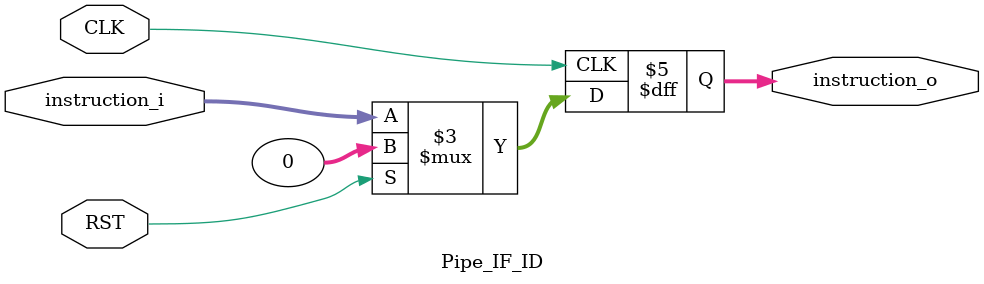
<source format=sv>
module Pipe_IF_ID  #(N=32) (CLK, RST, instruction_i, instruction_o);
input logic CLK, RST;
input logic [N-1:0] instruction_i;
output logic [N-1:0] instruction_o;
//logic [N-1:0] instruction;


	
	always @(posedge CLK) begin
		if      (RST) instruction_o <= 0;
		else     instruction_o <= instruction_i;
	end

	
	endmodule
</source>
